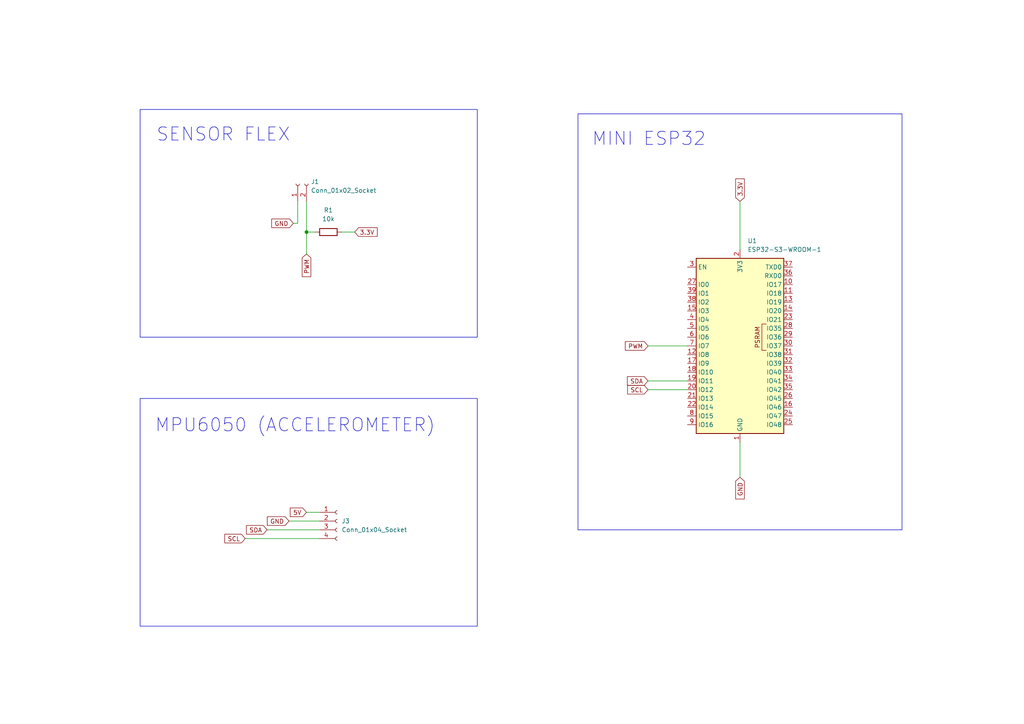
<source format=kicad_sch>
(kicad_sch (version 20231120) (generator "eeschema") (generator_version "8.0")
  (paper "A4")
  (lib_symbols
    (symbol "Connector:Conn_01x02_Socket" (pin_names (offset 1.016) hide)
      (property "Reference" "J" (at 0 2.54 0))
      (property "Value" "Conn_01x02_Socket" (at 0 -5.08 0))
      (symbol "Conn_01x02_Socket_1_1"
        (arc (start 0 -2.032) (mid -0.5058 -2.54) (end 0 -3.048) (stroke (width 0.1524)))
        (polyline (pts (xy -1.27 -2.54) (xy -0.508 -2.54)) (stroke (width 0.1524)))
        (polyline (pts (xy -1.27 0) (xy -0.508 0)) (stroke (width 0.1524)))
        (arc (start 0 0.508) (mid -0.5058 0) (end 0 -0.508) (stroke (width 0.1524)))
        (pin passive line (at -5.08 0 0) (length 3.81) (name "Pin_1") (number "1"))
        (pin passive line (at -5.08 -2.54 0) (length 3.81) (name "Pin_2") (number "2"))
      )
    )
    (symbol "Connector:Conn_01x04_Socket" (pin_names (offset 1.016) hide)
      (property "Reference" "J" (at 0 5.08 0))
      (property "Value" "Conn_01x04_Socket" (at 0 -7.62 0))
      (symbol "Conn_01x04_Socket_1_1"
        (arc (start 0 -4.572) (mid -0.5058 -5.08) (end 0 -5.588) (stroke (width 0.1524)))
        (arc (start 0 -2.032) (mid -0.5058 -2.54) (end 0 -3.048) (stroke (width 0.1524)))
        (polyline (pts (xy -1.27 -5.08) (xy -0.508 -5.08)) (stroke (width 0.1524)))
        (polyline (pts (xy -1.27 -2.54) (xy -0.508 -2.54)) (stroke (width 0.1524)))
        (polyline (pts (xy -1.27 0) (xy -0.508 0)) (stroke (width 0.1524)))
        (polyline (pts (xy -1.27 2.54) (xy -0.508 2.54)) (stroke (width 0.1524)))
        (arc (start 0 0.508) (mid -0.5058 0) (end 0 -0.508) (stroke (width 0.1524)))
        (arc (start 0 3.048) (mid -0.5058 2.54) (end 0 2.032) (stroke (width 0.1524)))
        (pin passive line (at -5.08 2.54 0) (length 3.81) (name "Pin_1") (number "1"))
        (pin passive line (at -5.08 0 0) (length 3.81) (name "Pin_2") (number "2"))
        (pin passive line (at -5.08 -2.54 0) (length 3.81) (name "Pin_3") (number "3"))
        (pin passive line (at -5.08 -5.08 0) (length 3.81) (name "Pin_4") (number "4"))
      )
    )
    (symbol "Device:R" (pin_numbers hide) (pin_names (offset 0))
      (property "Reference" "R" (at 2.032 0 90))
      (property "Value" "R" (at 0 0 90))
      (symbol "R_0_1"
        (rectangle (start -1.016 -2.54) (end 1.016 2.54) (stroke (width 0.254)))
      )
      (symbol "R_1_1"
        (pin passive line (at 0 3.81 270) (length 1.27) (name "~") (number "1"))
        (pin passive line (at 0 -3.81 90) (length 1.27) (name "~") (number "2"))
      )
    )
    (symbol "RF_Module:ESP32-S3-WROOM-1"
      (property "Reference" "U" (at -12.7 26.67 0))
      (property "Value" "ESP32-S3-WROOM-1" (at 12.7 26.67 0))
      (symbol "ESP32-S3-WROOM-1_0_0"
        (rectangle (start -12.7 25.4) (end 12.7 -25.4) (stroke (width 0.254)) (fill (type background)))
        (text "PSRAM" (at 5.08 2.54 900) (effects (font (size 1.27 1.27))))
      )
      (symbol "ESP32-S3-WROOM-1_0_1"
        (polyline (pts (xy 7.62 -1.27) (xy 6.35 -1.27) (xy 6.35 6.35) (xy 7.62 6.35)))
      )
      (symbol "ESP32-S3-WROOM-1_1_1"
        (pin power_in line (at 0 -27.94 90) (length 2.54) (name "GND") (number "1"))
        (pin bidirectional line (at 15.24 17.78 180) (length 2.54) (name "IO17") (number "10"))
        (pin bidirectional line (at 15.24 15.24 180) (length 2.54) (name "IO18") (number "11"))
        (pin bidirectional line (at -15.24 -2.54 0) (length 2.54) (name "IO8") (number "12"))
        (pin bidirectional line (at 15.24 12.7 180) (length 2.54) (name "IO19") (number "13"))
        (pin bidirectional line (at 15.24 10.16 180) (length 2.54) (name "IO20") (number "14"))
        (pin bidirectional line (at -15.24 10.16 0) (length 2.54) (name "IO3") (number "15"))
        (pin bidirectional line (at 15.24 -17.78 180) (length 2.54) (name "IO46") (number "16"))
        (pin bidirectional line (at -15.24 -5.08 0) (length 2.54) (name "IO9") (number "17"))
        (pin bidirectional line (at -15.24 -7.62 0) (length 2.54) (name "IO10") (number "18"))
        (pin bidirectional line (at -15.24 -10.16 0) (length 2.54) (name "IO11") (number "19"))
        (pin power_in line (at 0 27.94 270) (length 2.54) (name "3V3") (number "2"))
        (pin bidirectional line (at -15.24 -12.7 0) (length 2.54) (name "IO12") (number "20"))
        (pin bidirectional line (at -15.24 -15.24 0) (length 2.54) (name "IO13") (number "21"))
        (pin bidirectional line (at -15.24 -17.78 0) (length 2.54) (name "IO14") (number "22"))
        (pin bidirectional line (at 15.24 7.62 180) (length 2.54) (name "IO21") (number "23"))
        (pin bidirectional line (at 15.24 -20.32 180) (length 2.54) (name "IO47") (number "24"))
        (pin bidirectional line (at 15.24 -22.86 180) (length 2.54) (name "IO48") (number "25"))
        (pin bidirectional line (at 15.24 -15.24 180) (length 2.54) (name "IO45") (number "26"))
        (pin bidirectional line (at -15.24 17.78 0) (length 2.54) (name "IO0") (number "27"))
        (pin bidirectional line (at 15.24 5.08 180) (length 2.54) (name "IO35") (number "28"))
        (pin bidirectional line (at 15.24 2.54 180) (length 2.54) (name "IO36") (number "29"))
        (pin input line (at -15.24 22.86 0) (length 2.54) (name "EN") (number "3"))
        (pin bidirectional line (at 15.24 0 180) (length 2.54) (name "IO37") (number "30"))
        (pin bidirectional line (at 15.24 -2.54 180) (length 2.54) (name "IO38") (number "31"))
        (pin bidirectional line (at 15.24 -5.08 180) (length 2.54) (name "IO39") (number "32"))
        (pin bidirectional line (at 15.24 -7.62 180) (length 2.54) (name "IO40") (number "33"))
        (pin bidirectional line (at 15.24 -10.16 180) (length 2.54) (name "IO41") (number "34"))
        (pin bidirectional line (at 15.24 -12.7 180) (length 2.54) (name "IO42") (number "35"))
        (pin bidirectional line (at 15.24 20.32 180) (length 2.54) (name "RXD0") (number "36"))
        (pin bidirectional line (at 15.24 22.86 180) (length 2.54) (name "TXD0") (number "37"))
        (pin bidirectional line (at -15.24 12.7 0) (length 2.54) (name "IO2") (number "38"))
        (pin bidirectional line (at -15.24 15.24 0) (length 2.54) (name "IO1") (number "39"))
        (pin bidirectional line (at -15.24 7.62 0) (length 2.54) (name "IO4") (number "4"))
        (pin passive line (at 0 -27.94 90) (length 2.54) hide (name "GND") (number "40"))
        (pin passive line (at 0 -27.94 90) (length 2.54) hide (name "GND") (number "41"))
        (pin bidirectional line (at -15.24 5.08 0) (length 2.54) (name "IO5") (number "5"))
        (pin bidirectional line (at -15.24 2.54 0) (length 2.54) (name "IO6") (number "6"))
        (pin bidirectional line (at -15.24 0 0) (length 2.54) (name "IO7") (number "7"))
        (pin bidirectional line (at -15.24 -20.32 0) (length 2.54) (name "IO15") (number "8"))
        (pin bidirectional line (at -15.24 -22.86 0) (length 2.54) (name "IO16") (number "9"))
      )
    )
  )
  (junction (at 88.9 67.31))
  (wire (pts (xy 77.47 153.67) (xy 92.71 153.67)))
  (wire (pts (xy 187.96 110.49) (xy 199.39 110.49)))
  (wire (pts (xy 187.96 113.03) (xy 199.39 113.03)))
  (wire (pts (xy 88.9 58.42) (xy 88.9 67.31)))
  (wire (pts (xy 86.36 58.42) (xy 86.36 64.77)))
  (wire (pts (xy 71.12 156.21) (xy 92.71 156.21)))
  (wire (pts (xy 99.06 67.31) (xy 102.87 67.31)))
  (wire (pts (xy 214.63 58.42) (xy 214.63 72.39)))
  (wire (pts (xy 88.9 148.59) (xy 92.71 148.59)))
  (wire (pts (xy 86.36 64.77) (xy 85.09 64.77)))
  (wire (pts (xy 214.63 128.27) (xy 214.63 138.43)))
  (wire (pts (xy 187.96 100.33) (xy 199.39 100.33)))
  (wire (pts (xy 88.9 67.31) (xy 88.9 73.66)))
  (wire (pts (xy 83.82 151.13) (xy 92.71 151.13)))
  (wire (pts (xy 88.9 67.31) (xy 91.44 67.31)))
  (rectangle (start 167.64 33.02) (end 261.62 153.67))
  (rectangle (start 40.64 115.57) (end 138.43 181.61))
  (rectangle (start 40.64 31.75) (end 138.43 97.79))
  (text "MINI ESP32" (at 188.214 40.386 0) (effects (font (size 3.81 3.81))))
  (text "MPU6050 (ACCELEROMETER)\n" (at 85.598 123.444 0) (effects (font (size 3.81 3.81))))
  (text "SENSOR FLEX" (at 64.77 39.116 0) (effects (font (size 3.81 3.81))))
  (global_label "3.3V" (shape input) (at 214.63 58.42 90) (property "Intersheetrefs" "${INTERSHEET_REFS}" (effects (hide yes))))
  (global_label "GND" (shape input) (at 83.82 151.13 180) (property "Intersheetrefs" "${INTERSHEET_REFS}" (effects (hide yes))))
  (global_label "GND" (shape input) (at 214.63 138.43 270) (property "Intersheetrefs" "${INTERSHEET_REFS}" (effects (hide yes))))
  (global_label "SDA" (shape input) (at 77.47 153.67 180) (property "Intersheetrefs" "${INTERSHEET_REFS}" (effects (hide yes))))
  (global_label "SCL" (shape input) (at 71.12 156.21 180) (property "Intersheetrefs" "${INTERSHEET_REFS}" (effects (hide yes))))
  (global_label "5V" (shape input) (at 88.9 148.59 180) (property "Intersheetrefs" "${INTERSHEET_REFS}" (effects (hide yes))))
  (global_label "PWM" (shape input) (at 187.96 100.33 180) (property "Intersheetrefs" "${INTERSHEET_REFS}" (effects (hide yes))))
  (global_label "3.3V" (shape input) (at 102.87 67.31 0) (property "Intersheetrefs" "${INTERSHEET_REFS}" (effects (hide yes))))
  (global_label "SCL" (shape input) (at 187.96 113.03 180) (property "Intersheetrefs" "${INTERSHEET_REFS}" (effects (hide yes))))
  (global_label "GND" (shape input) (at 85.09 64.77 180) (property "Intersheetrefs" "${INTERSHEET_REFS}" (effects (hide yes))))
  (global_label "SDA" (shape input) (at 187.96 110.49 180) (property "Intersheetrefs" "${INTERSHEET_REFS}" (effects (hide yes))))
  (global_label "PWM" (shape input) (at 88.9 73.66 270) (property "Intersheetrefs" "${INTERSHEET_REFS}" (effects (hide yes))))
  (symbol (lib_id "Connector:Conn_01x04_Socket") (at 97.79 151.13 0) (unit 1)
    (property "Reference" "J3" (at 99.06 151.1299 0) (effects (justify left)))
    (property "Value" "Conn_01x04_Socket" (at 99.06 153.6699 0) (effects (justify left)))
    (property "Description" "Generic connector, single row, 01x04, script generated" (effects (hide yes)))
  )
  (symbol (lib_id "Device:R") (at 95.25 67.31 90) (unit 1)
    (property "Reference" "R1" (at 95.25 60.96 90))
    (property "Value" "10k" (at 95.25 63.5 90))
    (property "Description" "Resistor" (effects (hide yes)))
  )
  (symbol (lib_id "Connector:Conn_01x02_Socket") (at 86.36 53.34 90) (unit 1)
    (property "Reference" "J1" (at 90.17 52.7049 90) (effects (justify right)))
    (property "Value" "Conn_01x02_Socket" (at 90.17 55.2449 90) (effects (justify right)))
    (property "Description" "Generic connector, single row, 01x02, script generated" (effects (hide yes)))
  )
  (symbol (lib_id "RF_Module:ESP32-S3-WROOM-1") (at 214.63 100.33 0) (unit 1)
    (property "Reference" "U1" (at 216.8241 69.85 0) (effects (justify left)))
    (property "Value" "ESP32-S3-WROOM-1" (at 216.8241 72.39 0) (effects (justify left)))
    (property "Footprint" "RF_Module:ESP32-S3-WROOM-1" (effects (hide yes)))
    (property "Datasheet" "https://www.espressif.com/sites/default/files/documentation/esp32-s3-wroom-1_wroom-1u_datasheet_en.pdf" (effects (hide yes)))
    (property "Description" "RF Module, ESP32-S3 SoC, Wi-Fi 802.11b/g/n, Bluetooth, BLE, 32-bit, 3.3V, onboard antenna, SMD" (effects (hide yes)))
  )
)
</source>
